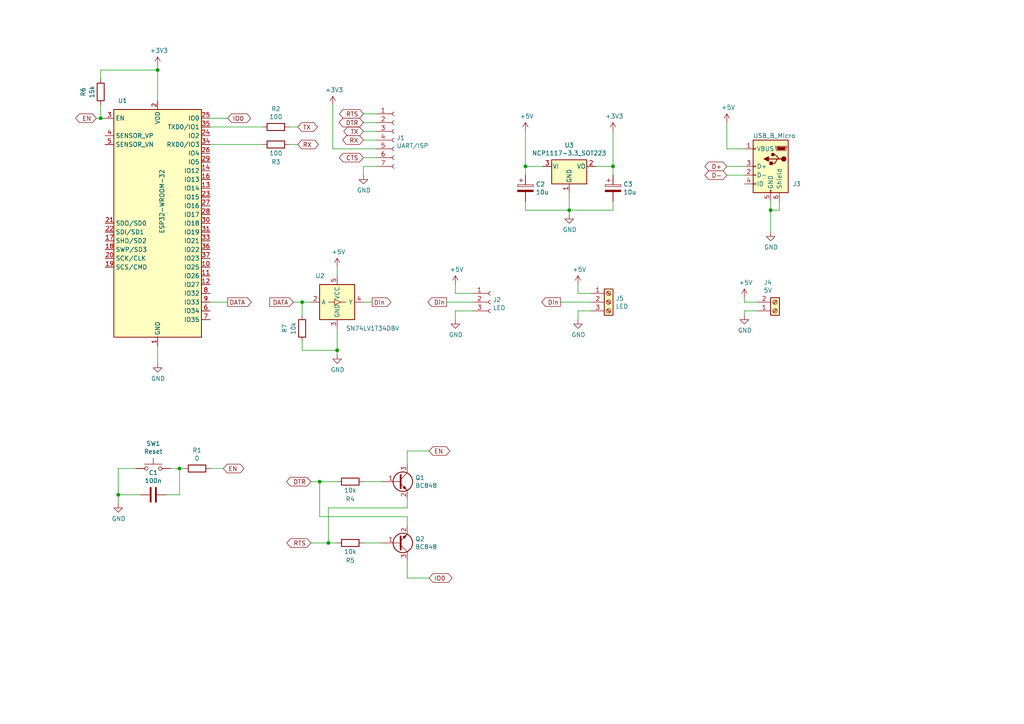
<source format=kicad_sch>
(kicad_sch (version 20211123) (generator eeschema)
  (paper "A4")
  (title_block (title "Pixelclock") (date "2022-01-13") (rev "1.0") (company "Dunkelstern"))
  (lib_symbols
    (symbol "Connector:Conn_01x03_Female" (pin_names (offset 1.016) hide)
      (property "Reference" "J" (at 0 5.08 0))
      (property "Value" "Conn_01x03_Female" (at 0 -5.08 0))
      (symbol "Conn_01x03_Female_1_1"
        (arc (start 0 -2.032) (mid -0.508 -2.54) (end 0 -3.048) (stroke (width 0.1524)))
        (polyline (pts (xy -1.27 -2.54) (xy -0.508 -2.54)) (stroke (width 0.1524)))
        (polyline (pts (xy -1.27 0) (xy -0.508 0)) (stroke (width 0.1524)))
        (polyline (pts (xy -1.27 2.54) (xy -0.508 2.54)) (stroke (width 0.1524)))
        (arc (start 0 0.508) (mid -0.508 0) (end 0 -0.508) (stroke (width 0.1524)))
        (arc (start 0 3.048) (mid -0.508 2.54) (end 0 2.032) (stroke (width 0.1524)))
        (pin passive line (at -5.08 2.54 0) (length 3.81) (name "Pin_1") (number "1"))
        (pin passive line (at -5.08 0 0) (length 3.81) (name "Pin_2") (number "2"))
        (pin passive line (at -5.08 -2.54 0) (length 3.81) (name "Pin_3") (number "3"))
      )
    )
    (symbol "Connector:Conn_01x07_Female" (pin_names (offset 1.016) hide)
      (property "Reference" "J" (at 0 10.16 0))
      (property "Value" "Conn_01x07_Female" (at 0 -10.16 0))
      (symbol "Conn_01x07_Female_1_1"
        (arc (start 0 -7.112) (mid -0.508 -7.62) (end 0 -8.128) (stroke (width 0.1524)))
        (arc (start 0 -4.572) (mid -0.508 -5.08) (end 0 -5.588) (stroke (width 0.1524)))
        (arc (start 0 -2.032) (mid -0.508 -2.54) (end 0 -3.048) (stroke (width 0.1524)))
        (polyline (pts (xy -1.27 -7.62) (xy -0.508 -7.62)) (stroke (width 0.1524)))
        (polyline (pts (xy -1.27 -5.08) (xy -0.508 -5.08)) (stroke (width 0.1524)))
        (polyline (pts (xy -1.27 -2.54) (xy -0.508 -2.54)) (stroke (width 0.1524)))
        (polyline (pts (xy -1.27 0) (xy -0.508 0)) (stroke (width 0.1524)))
        (polyline (pts (xy -1.27 2.54) (xy -0.508 2.54)) (stroke (width 0.1524)))
        (polyline (pts (xy -1.27 5.08) (xy -0.508 5.08)) (stroke (width 0.1524)))
        (polyline (pts (xy -1.27 7.62) (xy -0.508 7.62)) (stroke (width 0.1524)))
        (arc (start 0 0.508) (mid -0.508 0) (end 0 -0.508) (stroke (width 0.1524)))
        (arc (start 0 3.048) (mid -0.508 2.54) (end 0 2.032) (stroke (width 0.1524)))
        (arc (start 0 5.588) (mid -0.508 5.08) (end 0 4.572) (stroke (width 0.1524)))
        (arc (start 0 8.128) (mid -0.508 7.62) (end 0 7.112) (stroke (width 0.1524)))
        (pin passive line (at -5.08 7.62 0) (length 3.81) (name "Pin_1") (number "1"))
        (pin passive line (at -5.08 5.08 0) (length 3.81) (name "Pin_2") (number "2"))
        (pin passive line (at -5.08 2.54 0) (length 3.81) (name "Pin_3") (number "3"))
        (pin passive line (at -5.08 0 0) (length 3.81) (name "Pin_4") (number "4"))
        (pin passive line (at -5.08 -2.54 0) (length 3.81) (name "Pin_5") (number "5"))
        (pin passive line (at -5.08 -5.08 0) (length 3.81) (name "Pin_6") (number "6"))
        (pin passive line (at -5.08 -7.62 0) (length 3.81) (name "Pin_7") (number "7"))
      )
    )
    (symbol "Connector:Screw_Terminal_01x02" (pin_names (offset 1.016) hide)
      (property "Reference" "J" (at 0 2.54 0))
      (property "Value" "Screw_Terminal_01x02" (at 0 -5.08 0))
      (symbol "Screw_Terminal_01x02_1_1"
        (rectangle (start -1.27 1.27) (end 1.27 -3.81) (stroke (width 0.254)) (fill (type background)))
        (circle (center 0 -2.54) (radius 0.635) (stroke (width 0.1524)))
        (polyline (pts (xy -0.5334 -2.2098) (xy 0.3302 -3.048)) (stroke (width 0.1524)))
        (polyline (pts (xy -0.5334 0.3302) (xy 0.3302 -0.508)) (stroke (width 0.1524)))
        (polyline (pts (xy -0.3556 -2.032) (xy 0.508 -2.8702)) (stroke (width 0.1524)))
        (polyline (pts (xy -0.3556 0.508) (xy 0.508 -0.3302)) (stroke (width 0.1524)))
        (circle (center 0 0) (radius 0.635) (stroke (width 0.1524)))
        (pin passive line (at -5.08 0 0) (length 3.81) (name "Pin_1") (number "1"))
        (pin passive line (at -5.08 -2.54 0) (length 3.81) (name "Pin_2") (number "2"))
      )
    )
    (symbol "Connector:Screw_Terminal_01x03" (pin_names (offset 1.016) hide)
      (property "Reference" "J" (at 0 5.08 0))
      (property "Value" "Screw_Terminal_01x03" (at 0 -5.08 0))
      (symbol "Screw_Terminal_01x03_1_1"
        (rectangle (start -1.27 3.81) (end 1.27 -3.81) (stroke (width 0.254)) (fill (type background)))
        (circle (center 0 -2.54) (radius 0.635) (stroke (width 0.1524)))
        (polyline (pts (xy -0.5334 -2.2098) (xy 0.3302 -3.048)) (stroke (width 0.1524)))
        (polyline (pts (xy -0.5334 0.3302) (xy 0.3302 -0.508)) (stroke (width 0.1524)))
        (polyline (pts (xy -0.5334 2.8702) (xy 0.3302 2.032)) (stroke (width 0.1524)))
        (polyline (pts (xy -0.3556 -2.032) (xy 0.508 -2.8702)) (stroke (width 0.1524)))
        (polyline (pts (xy -0.3556 0.508) (xy 0.508 -0.3302)) (stroke (width 0.1524)))
        (polyline (pts (xy -0.3556 3.048) (xy 0.508 2.2098)) (stroke (width 0.1524)))
        (circle (center 0 0) (radius 0.635) (stroke (width 0.1524)))
        (circle (center 0 2.54) (radius 0.635) (stroke (width 0.1524)))
        (pin passive line (at -5.08 2.54 0) (length 3.81) (name "Pin_1") (number "1"))
        (pin passive line (at -5.08 0 0) (length 3.81) (name "Pin_2") (number "2"))
        (pin passive line (at -5.08 -2.54 0) (length 3.81) (name "Pin_3") (number "3"))
      )
    )
    (symbol "Connector:USB_B_Micro" (pin_names (offset 1.016))
      (property "Reference" "J" (at -5.08 11.43 0))
      (property "Value" "USB_B_Micro" (at -5.08 8.89 0))
      (symbol "USB_B_Micro_0_1"
        (rectangle (start -5.08 -7.62) (end 5.08 7.62) (stroke (width 0.254)) (fill (type background)))
        (circle (center -3.81 2.159) (radius 0.635) (stroke (width 0.254)) (fill (type outline)))
        (circle (center -0.635 3.429) (radius 0.381) (stroke (width 0.254)) (fill (type outline)))
        (rectangle (start -0.127 -7.62) (end 0.127 -6.858))
        (polyline (pts (xy -1.905 2.159) (xy 0.635 2.159)) (stroke (width 0.254)))
        (polyline (pts (xy -3.175 2.159) (xy -2.54 2.159) (xy -1.27 3.429) (xy -0.635 3.429)) (stroke (width 0.254)))
        (polyline (pts (xy -2.54 2.159) (xy -1.905 2.159) (xy -1.27 0.889) (xy 0 0.889)) (stroke (width 0.254)))
        (polyline (pts (xy 0.635 2.794) (xy 0.635 1.524) (xy 1.905 2.159) (xy 0.635 2.794)) (stroke (width 0.254)) (fill (type outline)))
        (polyline (pts (xy -4.318 5.588) (xy -1.778 5.588) (xy -2.032 4.826) (xy -4.064 4.826) (xy -4.318 5.588)) (fill (type outline)))
        (polyline (pts (xy -4.699 5.842) (xy -4.699 5.588) (xy -4.445 4.826) (xy -4.445 4.572) (xy -1.651 4.572) (xy -1.651 4.826) (xy -1.397 5.588) (xy -1.397 5.842) (xy -4.699 5.842)))
        (rectangle (start 0.254 1.27) (end -0.508 0.508) (stroke (width 0.254)) (fill (type outline)))
        (rectangle (start 5.08 -5.207) (end 4.318 -4.953))
        (rectangle (start 5.08 -2.667) (end 4.318 -2.413))
        (rectangle (start 5.08 -0.127) (end 4.318 0.127))
        (rectangle (start 5.08 4.953) (end 4.318 5.207))
      )
      (symbol "USB_B_Micro_1_1"
        (pin power_out line (at 7.62 5.08 180) (length 2.54) (name "VBUS") (number "1"))
        (pin bidirectional line (at 7.62 -2.54 180) (length 2.54) (name "D-") (number "2"))
        (pin bidirectional line (at 7.62 0 180) (length 2.54) (name "D+") (number "3"))
        (pin passive line (at 7.62 -5.08 180) (length 2.54) (name "ID") (number "4"))
        (pin power_out line (at 0 -10.16 90) (length 2.54) (name "GND") (number "5"))
        (pin passive line (at -2.54 -10.16 90) (length 2.54) (name "Shield") (number "6"))
      )
    )
    (symbol "Device:C" (pin_numbers hide) (pin_names (offset 0.254))
      (property "Reference" "C" (at 0.635 2.54 0))
      (property "Value" "C" (at 0.635 -2.54 0))
      (symbol "C_0_1"
        (polyline (pts (xy -2.032 -0.762) (xy 2.032 -0.762)) (stroke (width 0.508)))
        (polyline (pts (xy -2.032 0.762) (xy 2.032 0.762)) (stroke (width 0.508)))
      )
      (symbol "C_1_1"
        (pin passive line (at 0 3.81 270) (length 2.794) (name "~") (number "1"))
        (pin passive line (at 0 -3.81 90) (length 2.794) (name "~") (number "2"))
      )
    )
    (symbol "Device:CP" (pin_numbers hide) (pin_names (offset 0.254))
      (property "Reference" "C" (at 0.635 2.54 0))
      (property "Value" "Device_CP" (at 0.635 -2.54 0))
      (symbol "CP_0_1"
        (rectangle (start -2.286 0.508) (end 2.286 1.016))
        (polyline (pts (xy -1.778 2.286) (xy -0.762 2.286)))
        (polyline (pts (xy -1.27 2.794) (xy -1.27 1.778)))
        (rectangle (start 2.286 -0.508) (end -2.286 -1.016) (fill (type outline)))
      )
      (symbol "CP_1_1"
        (pin passive line (at 0 3.81 270) (length 2.794) (name "~") (number "1"))
        (pin passive line (at 0 -3.81 90) (length 2.794) (name "~") (number "2"))
      )
    )
    (symbol "Device:R" (pin_numbers hide) (pin_names (offset 0))
      (property "Reference" "R" (at 2.032 0 90))
      (property "Value" "R" (at 0 0 90))
      (symbol "R_0_1"
        (rectangle (start -1.016 -2.54) (end 1.016 2.54) (stroke (width 0.254)))
      )
      (symbol "R_1_1"
        (pin passive line (at 0 3.81 270) (length 1.27) (name "~") (number "1"))
        (pin passive line (at 0 -3.81 90) (length 1.27) (name "~") (number "2"))
      )
    )
    (symbol "Logic_LevelTranslator:SN74LV1T34DBV"
      (property "Reference" "U" (at 5.08 6.35 0))
      (property "Value" "SN74LV1T34DBV" (at 5.08 3.81 0))
      (symbol "SN74LV1T34DBV_0_1"
        (rectangle (start -5.08 5.08) (end 5.08 -5.08) (stroke (width 0.254)) (fill (type background)))
        (polyline (pts (xy -0.762 0) (xy -2.54 0)))
        (polyline (pts (xy 1.016 0) (xy 2.54 0)))
      )
      (symbol "SN74LV1T34DBV_1_1"
        (polyline (pts (xy -0.762 -0.762) (xy -0.762 0.762) (xy 1.016 0) (xy -0.762 -0.762)))
        (pin no_connect line (at -5.08 2.54 0) (length 2.54) hide (name "NC") (number "1"))
        (pin input line (at -7.62 0 0) (length 2.54) (name "A") (number "2"))
        (pin power_in line (at 0 -7.62 90) (length 2.54) (name "GND") (number "3"))
        (pin output line (at 7.62 0 180) (length 2.54) (name "Y") (number "4"))
        (pin power_in line (at 0 7.62 270) (length 2.54) (name "VCC") (number "5"))
      )
    )
    (symbol "RF_Module:ESP32-WROOM-32"
      (property "Reference" "U" (at -12.7 34.29 0))
      (property "Value" "ESP32-WROOM-32" (at 1.27 34.29 0))
      (symbol "ESP32-WROOM-32_0_1"
        (rectangle (start -12.7 33.02) (end 12.7 -33.02) (stroke (width 0.254)) (fill (type background)))
      )
      (symbol "ESP32-WROOM-32_1_1"
        (pin power_in line (at 0 -35.56 90) (length 2.54) (name "GND") (number "1"))
        (pin bidirectional line (at 15.24 -12.7 180) (length 2.54) (name "IO25") (number "10"))
        (pin bidirectional line (at 15.24 -15.24 180) (length 2.54) (name "IO26") (number "11"))
        (pin bidirectional line (at 15.24 -17.78 180) (length 2.54) (name "IO27") (number "12"))
        (pin bidirectional line (at 15.24 10.16 180) (length 2.54) (name "IO14") (number "13"))
        (pin bidirectional line (at 15.24 15.24 180) (length 2.54) (name "IO12") (number "14"))
        (pin passive line (at 0 -35.56 90) (length 2.54) hide (name "GND") (number "15"))
        (pin bidirectional line (at 15.24 12.7 180) (length 2.54) (name "IO13") (number "16"))
        (pin bidirectional line (at -15.24 -5.08 0) (length 2.54) (name "SHD/SD2") (number "17"))
        (pin bidirectional line (at -15.24 -7.62 0) (length 2.54) (name "SWP/SD3") (number "18"))
        (pin bidirectional line (at -15.24 -12.7 0) (length 2.54) (name "SCS/CMD") (number "19"))
        (pin power_in line (at 0 35.56 270) (length 2.54) (name "VDD") (number "2"))
        (pin bidirectional line (at -15.24 -10.16 0) (length 2.54) (name "SCK/CLK") (number "20"))
        (pin bidirectional line (at -15.24 0 0) (length 2.54) (name "SDO/SD0") (number "21"))
        (pin bidirectional line (at -15.24 -2.54 0) (length 2.54) (name "SDI/SD1") (number "22"))
        (pin bidirectional line (at 15.24 7.62 180) (length 2.54) (name "IO15") (number "23"))
        (pin bidirectional line (at 15.24 25.4 180) (length 2.54) (name "IO2") (number "24"))
        (pin bidirectional line (at 15.24 30.48 180) (length 2.54) (name "IO0") (number "25"))
        (pin bidirectional line (at 15.24 20.32 180) (length 2.54) (name "IO4") (number "26"))
        (pin bidirectional line (at 15.24 5.08 180) (length 2.54) (name "IO16") (number "27"))
        (pin bidirectional line (at 15.24 2.54 180) (length 2.54) (name "IO17") (number "28"))
        (pin bidirectional line (at 15.24 17.78 180) (length 2.54) (name "IO5") (number "29"))
        (pin input line (at -15.24 30.48 0) (length 2.54) (name "EN") (number "3"))
        (pin bidirectional line (at 15.24 0 180) (length 2.54) (name "IO18") (number "30"))
        (pin bidirectional line (at 15.24 -2.54 180) (length 2.54) (name "IO19") (number "31"))
        (pin no_connect line (at -12.7 -27.94 0) (length 2.54) hide (name "NC") (number "32"))
        (pin bidirectional line (at 15.24 -5.08 180) (length 2.54) (name "IO21") (number "33"))
        (pin bidirectional line (at 15.24 22.86 180) (length 2.54) (name "RXD0/IO3") (number "34"))
        (pin bidirectional line (at 15.24 27.94 180) (length 2.54) (name "TXD0/IO1") (number "35"))
        (pin bidirectional line (at 15.24 -7.62 180) (length 2.54) (name "IO22") (number "36"))
        (pin bidirectional line (at 15.24 -10.16 180) (length 2.54) (name "IO23") (number "37"))
        (pin passive line (at 0 -35.56 90) (length 2.54) hide (name "GND") (number "38"))
        (pin passive line (at 0 -35.56 90) (length 2.54) hide (name "GND") (number "39"))
        (pin input line (at -15.24 25.4 0) (length 2.54) (name "SENSOR_VP") (number "4"))
        (pin input line (at -15.24 22.86 0) (length 2.54) (name "SENSOR_VN") (number "5"))
        (pin input line (at 15.24 -25.4 180) (length 2.54) (name "IO34") (number "6"))
        (pin input line (at 15.24 -27.94 180) (length 2.54) (name "IO35") (number "7"))
        (pin bidirectional line (at 15.24 -20.32 180) (length 2.54) (name "IO32") (number "8"))
        (pin bidirectional line (at 15.24 -22.86 180) (length 2.54) (name "IO33") (number "9"))
      )
    )
    (symbol "Regulator_Linear:NCP1117-3.3_SOT223" (pin_names (offset 0.254))
      (property "Reference" "U" (at -3.81 3.175 0))
      (property "Value" "NCP1117-3.3_SOT223" (at 0 3.175 0))
      (symbol "NCP1117-3.3_SOT223_0_1"
        (rectangle (start -5.08 -5.08) (end 5.08 1.905) (stroke (width 0.254)) (fill (type background)))
      )
      (symbol "NCP1117-3.3_SOT223_1_1"
        (pin power_in line (at 0 -7.62 90) (length 2.54) (name "GND") (number "1"))
        (pin power_out line (at 7.62 0 180) (length 2.54) (name "VO") (number "2"))
        (pin power_in line (at -7.62 0 0) (length 2.54) (name "VI") (number "3"))
      )
    )
    (symbol "Switch:SW_Push" (pin_numbers hide) (pin_names (offset 1.016) hide)
      (property "Reference" "SW" (at 1.27 2.54 0))
      (property "Value" "SW_Push" (at 0 -1.524 0))
      (symbol "SW_Push_0_1"
        (circle (center -2.032 0) (radius 0.508))
        (polyline (pts (xy 0 1.27) (xy 0 3.048)))
        (polyline (pts (xy 2.54 1.27) (xy -2.54 1.27)))
        (circle (center 2.032 0) (radius 0.508))
        (pin passive line (at -5.08 0 0) (length 2.54) (name "1") (number "1"))
        (pin passive line (at 5.08 0 180) (length 2.54) (name "2") (number "2"))
      )
    )
    (symbol "Transistor_BJT:BC848" (pin_names (offset 0) hide)
      (property "Reference" "Q" (at 5.08 1.905 0))
      (property "Value" "BC848" (at 5.08 0 0))
      (symbol "BC848_0_1"
        (polyline (pts (xy 0.635 0.635) (xy 2.54 2.54)))
        (polyline (pts (xy 0.635 -0.635) (xy 2.54 -2.54) (xy 2.54 -2.54)))
        (polyline (pts (xy 0.635 1.905) (xy 0.635 -1.905) (xy 0.635 -1.905)) (stroke (width 0.508)))
        (polyline (pts (xy 1.27 -1.778) (xy 1.778 -1.27) (xy 2.286 -2.286) (xy 1.27 -1.778) (xy 1.27 -1.778)) (fill (type outline)))
        (circle (center 1.27 0) (radius 2.8194) (stroke (width 0.254)))
      )
      (symbol "BC848_1_1"
        (pin input line (at -5.08 0 0) (length 5.715) (name "B") (number "1"))
        (pin passive line (at 2.54 -5.08 90) (length 2.54) (name "E") (number "2"))
        (pin passive line (at 2.54 5.08 270) (length 2.54) (name "C") (number "3"))
      )
    )
    (symbol "power:+3.3V" (power) (pin_names (offset 0))
      (property "Value" "+3.3V" (at 0 3.556 0))
      (symbol "+3.3V_0_1"
        (polyline (pts (xy -0.762 1.27) (xy 0 2.54)))
        (polyline (pts (xy 0 0) (xy 0 2.54)))
        (polyline (pts (xy 0 2.54) (xy 0.762 1.27)))
      )
      (symbol "+3.3V_1_1"
        (pin power_in line (at 0 0 90) (length 0) hide (name "+3V3") (number "1"))
      )
    )
    (symbol "power:+5V" (power) (pin_names (offset 0))
      (property "Value" "+5V" (at 0 3.556 0))
      (symbol "+5V_0_1"
        (polyline (pts (xy -0.762 1.27) (xy 0 2.54)))
        (polyline (pts (xy 0 0) (xy 0 2.54)))
        (polyline (pts (xy 0 2.54) (xy 0.762 1.27)))
      )
      (symbol "+5V_1_1"
        (pin power_in line (at 0 0 90) (length 0) hide (name "+5V") (number "1"))
      )
    )
    (symbol "power:GND" (power) (pin_names (offset 0))
      (property "Value" "GND" (at 0 -3.81 0))
      (symbol "GND_0_1"
        (polyline (pts (xy 0 0) (xy 0 -1.27) (xy 1.27 -1.27) (xy 0 -2.54) (xy -1.27 -1.27) (xy 0 -1.27)))
      )
      (symbol "GND_1_1"
        (pin power_in line (at 0 0 270) (length 0) hide (name "GND") (number "1"))
      )
    )
  )
  (junction (at 87.63 87.63))
  (junction (at 45.72 20.32))
  (junction (at 95.25 157.48))
  (junction (at 165.1 60.96))
  (junction (at 29.21 34.29))
  (junction (at 34.29 143.51))
  (junction (at 152.4 48.26))
  (junction (at 177.8 48.26))
  (junction (at 223.52 60.96))
  (junction (at 92.71 139.7))
  (junction (at 52.07 135.89))
  (junction (at 97.79 101.6))
  (wire (pts (xy 83.82 41.91) (xy 86.36 41.91)))
  (wire (pts (xy 83.82 36.83) (xy 86.36 36.83)))
  (wire (pts (xy 129.54 87.63) (xy 137.16 87.63)))
  (wire (pts (xy 152.4 58.42) (xy 152.4 60.96)))
  (wire (pts (xy 118.11 149.86) (xy 92.71 149.86)))
  (wire (pts (xy 97.79 80.01) (xy 97.79 77.47)))
  (wire (pts (xy 105.41 45.72) (xy 109.22 45.72)))
  (wire (pts (xy 90.17 139.7) (xy 92.71 139.7)))
  (wire (pts (xy 105.41 157.48) (xy 110.49 157.48)))
  (wire (pts (xy 96.52 43.18) (xy 109.22 43.18)))
  (wire (pts (xy 97.79 95.25) (xy 97.79 101.6)))
  (wire (pts (xy 60.96 41.91) (xy 76.2 41.91)))
  (wire (pts (xy 27.94 34.29) (xy 29.21 34.29)))
  (wire (pts (xy 118.11 162.56) (xy 118.11 167.64)))
  (wire (pts (xy 177.8 48.26) (xy 177.8 50.8)))
  (wire (pts (xy 95.25 147.32) (xy 95.25 157.48)))
  (wire (pts (xy 210.82 50.8) (xy 215.9 50.8)))
  (wire (pts (xy 152.4 60.96) (xy 165.1 60.96)))
  (wire (pts (xy 167.64 92.71) (xy 167.64 90.17)))
  (wire (pts (xy 29.21 34.29) (xy 30.48 34.29)))
  (wire (pts (xy 105.41 40.64) (xy 109.22 40.64)))
  (wire (pts (xy 137.16 85.09) (xy 132.08 85.09)))
  (wire (pts (xy 137.16 90.17) (xy 132.08 90.17)))
  (wire (pts (xy 39.37 135.89) (xy 34.29 135.89)))
  (wire (pts (xy 210.82 35.56) (xy 210.82 43.18)))
  (wire (pts (xy 45.72 20.32) (xy 45.72 29.21)))
  (wire (pts (xy 92.71 139.7) (xy 97.79 139.7)))
  (wire (pts (xy 167.64 82.55) (xy 167.64 85.09)))
  (wire (pts (xy 152.4 48.26) (xy 152.4 50.8)))
  (wire (pts (xy 165.1 55.88) (xy 165.1 60.96)))
  (wire (pts (xy 97.79 101.6) (xy 97.79 102.87)))
  (wire (pts (xy 152.4 38.1) (xy 152.4 48.26)))
  (wire (pts (xy 45.72 100.33) (xy 45.72 105.41)))
  (wire (pts (xy 49.53 135.89) (xy 52.07 135.89)))
  (wire (pts (xy 219.71 90.17) (xy 215.9 90.17)))
  (wire (pts (xy 87.63 91.44) (xy 87.63 87.63)))
  (wire (pts (xy 167.64 85.09) (xy 171.45 85.09)))
  (wire (pts (xy 118.11 134.62) (xy 118.11 130.81)))
  (wire (pts (xy 60.96 87.63) (xy 66.04 87.63)))
  (wire (pts (xy 87.63 101.6) (xy 97.79 101.6)))
  (wire (pts (xy 118.11 167.64) (xy 124.46 167.64)))
  (wire (pts (xy 105.41 48.26) (xy 105.41 50.8)))
  (wire (pts (xy 87.63 87.63) (xy 90.17 87.63)))
  (wire (pts (xy 132.08 90.17) (xy 132.08 92.71)))
  (wire (pts (xy 105.41 38.1) (xy 109.22 38.1)))
  (wire (pts (xy 105.41 33.02) (xy 109.22 33.02)))
  (wire (pts (xy 165.1 60.96) (xy 165.1 62.23)))
  (wire (pts (xy 219.71 87.63) (xy 215.9 87.63)))
  (wire (pts (xy 60.96 34.29) (xy 66.04 34.29)))
  (wire (pts (xy 223.52 60.96) (xy 223.52 67.31)))
  (wire (pts (xy 118.11 130.81) (xy 124.46 130.81)))
  (wire (pts (xy 52.07 135.89) (xy 53.34 135.89)))
  (wire (pts (xy 177.8 58.42) (xy 177.8 60.96)))
  (wire (pts (xy 210.82 48.26) (xy 215.9 48.26)))
  (wire (pts (xy 118.11 147.32) (xy 95.25 147.32)))
  (wire (pts (xy 52.07 143.51) (xy 48.26 143.51)))
  (wire (pts (xy 118.11 152.4) (xy 118.11 149.86)))
  (wire (pts (xy 215.9 90.17) (xy 215.9 91.44)))
  (wire (pts (xy 52.07 135.89) (xy 52.07 143.51)))
  (wire (pts (xy 85.09 87.63) (xy 87.63 87.63)))
  (wire (pts (xy 132.08 85.09) (xy 132.08 82.55)))
  (wire (pts (xy 34.29 135.89) (xy 34.29 143.51)))
  (wire (pts (xy 29.21 22.86) (xy 29.21 20.32)))
  (wire (pts (xy 118.11 144.78) (xy 118.11 147.32)))
  (wire (pts (xy 95.25 157.48) (xy 97.79 157.48)))
  (wire (pts (xy 105.41 87.63) (xy 107.95 87.63)))
  (wire (pts (xy 167.64 90.17) (xy 171.45 90.17)))
  (wire (pts (xy 172.72 48.26) (xy 177.8 48.26)))
  (wire (pts (xy 226.06 58.42) (xy 226.06 60.96)))
  (wire (pts (xy 223.52 58.42) (xy 223.52 60.96)))
  (wire (pts (xy 157.48 48.26) (xy 152.4 48.26)))
  (wire (pts (xy 92.71 139.7) (xy 92.71 149.86)))
  (wire (pts (xy 226.06 60.96) (xy 223.52 60.96)))
  (wire (pts (xy 60.96 135.89) (xy 64.77 135.89)))
  (wire (pts (xy 215.9 87.63) (xy 215.9 86.36)))
  (wire (pts (xy 177.8 60.96) (xy 165.1 60.96)))
  (wire (pts (xy 105.41 139.7) (xy 110.49 139.7)))
  (wire (pts (xy 109.22 48.26) (xy 105.41 48.26)))
  (wire (pts (xy 60.96 36.83) (xy 76.2 36.83)))
  (wire (pts (xy 29.21 30.48) (xy 29.21 34.29)))
  (wire (pts (xy 45.72 19.05) (xy 45.72 20.32)))
  (wire (pts (xy 34.29 143.51) (xy 34.29 146.05)))
  (wire (pts (xy 96.52 30.48) (xy 96.52 43.18)))
  (wire (pts (xy 162.56 87.63) (xy 171.45 87.63)))
  (wire (pts (xy 215.9 43.18) (xy 210.82 43.18)))
  (wire (pts (xy 105.41 35.56) (xy 109.22 35.56)))
  (wire (pts (xy 87.63 99.06) (xy 87.63 101.6)))
  (wire (pts (xy 177.8 38.1) (xy 177.8 48.26)))
  (wire (pts (xy 29.21 20.32) (xy 45.72 20.32)))
  (wire (pts (xy 40.64 143.51) (xy 34.29 143.51)))
  (wire (pts (xy 90.17 157.48) (xy 95.25 157.48)))
  (global_label "D+" (shape bidirectional) (at 210.82 48.26 180) (property "Intersheet References" "${INTERSHEET_REFS}" (effects hide)))
  (global_label "IO0" (shape bidirectional) (at 66.04 34.29 0) (property "Intersheet References" "${INTERSHEET_REFS}" (effects hide)))
  (global_label "RX" (shape bidirectional) (at 105.41 40.64 180) (property "Intersheet References" "${INTERSHEET_REFS}" (effects hide)))
  (global_label "IO0" (shape bidirectional) (at 124.46 167.64 0) (property "Intersheet References" "${INTERSHEET_REFS}" (effects hide)))
  (global_label "DTR" (shape bidirectional) (at 90.17 139.7 180) (property "Intersheet References" "${INTERSHEET_REFS}" (effects hide)))
  (global_label "Din" (shape output) (at 107.95 87.63 0) (property "Intersheet References" "${INTERSHEET_REFS}" (effects hide)))
  (global_label "D-" (shape bidirectional) (at 210.82 50.8 180) (property "Intersheet References" "${INTERSHEET_REFS}" (effects hide)))
  (global_label "RX" (shape bidirectional) (at 86.36 41.91 0) (property "Intersheet References" "${INTERSHEET_REFS}" (effects hide)))
  (global_label "DATA" (shape output) (at 66.04 87.63 0) (property "Intersheet References" "${INTERSHEET_REFS}" (effects hide)))
  (global_label "EN" (shape bidirectional) (at 64.77 135.89 0) (property "Intersheet References" "${INTERSHEET_REFS}" (effects hide)))
  (global_label "EN" (shape bidirectional) (at 124.46 130.81 0) (property "Intersheet References" "${INTERSHEET_REFS}" (effects hide)))
  (global_label "RTS" (shape bidirectional) (at 105.41 33.02 180) (property "Intersheet References" "${INTERSHEET_REFS}" (effects hide)))
  (global_label "TX" (shape bidirectional) (at 105.41 38.1 180) (property "Intersheet References" "${INTERSHEET_REFS}" (effects hide)))
  (global_label "DTR" (shape bidirectional) (at 105.41 35.56 180) (property "Intersheet References" "${INTERSHEET_REFS}" (effects hide)))
  (global_label "Din" (shape output) (at 162.56 87.63 180) (property "Intersheet References" "${INTERSHEET_REFS}" (effects hide)))
  (global_label "DATA" (shape input) (at 85.09 87.63 180) (property "Intersheet References" "${INTERSHEET_REFS}" (effects hide)))
  (global_label "EN" (shape bidirectional) (at 27.94 34.29 180) (property "Intersheet References" "${INTERSHEET_REFS}" (effects hide)))
  (global_label "CTS" (shape bidirectional) (at 105.41 45.72 180) (property "Intersheet References" "${INTERSHEET_REFS}" (effects hide)))
  (global_label "Din" (shape output) (at 129.54 87.63 180) (property "Intersheet References" "${INTERSHEET_REFS}" (effects hide)))
  (global_label "RTS" (shape bidirectional) (at 90.17 157.48 180) (property "Intersheet References" "${INTERSHEET_REFS}" (effects hide)))
  (global_label "TX" (shape bidirectional) (at 86.36 36.83 0) (property "Intersheet References" "${INTERSHEET_REFS}" (effects hide)))
  (symbol (lib_id "Device:CP") (at 177.8 54.61 0) (unit 1)
    (property "Reference" "C3" (at 180.7972 53.4416 0) (effects (justify left)))
    (property "Value" "10u" (at 180.7972 55.753 0) (effects (justify left)))
    (property "Footprint" "Capacitor_SMD:CP_Elec_4x5.3" (effects hide))
  )
  (symbol (lib_id "Connector:USB_B_Micro") (at 223.52 48.26 0) (mirror y) (unit 1)
    (property "Reference" "J3" (at 229.87 53.34 0) (effects (justify right)))
    (property "Value" "USB_B_Micro" (at 218.44 39.37 0) (effects (justify right)))
    (property "Footprint" "Connector_USB:USB_Micro-B_Amphenol_10104110_Horizontal" (effects hide))
  )
  (symbol (lib_id "Regulator_Linear:NCP1117-3.3_SOT223") (at 165.1 48.26 0) (unit 1)
    (property "Reference" "U3" (at 165.1 42.1132 0))
    (property "Value" "NCP1117-3.3_SOT223" (at 165.1 44.4246 0))
    (property "Footprint" "Package_TO_SOT_SMD:SOT-223-3_TabPin2" (effects hide))
    (property "Datasheet" "http://www.onsemi.com/pub_link/Collateral/NCP1117-D.PDF" (effects hide))
  )
  (symbol (lib_id "Logic_LevelTranslator:SN74LV1T34DBV") (at 97.79 87.63 0) (unit 1)
    (property "Reference" "U2" (at 91.44 80.01 0) (effects (justify left)))
    (property "Value" "SN74LV1T34DBV" (at 100.33 95.25 0) (effects (justify left)))
    (property "Footprint" "Package_TO_SOT_SMD:SOT-23-5" (effects hide))
    (property "Datasheet" "https://www.ti.com/lit/ds/symlink/sn74lv1t34.pdf" (effects hide))
  )
  (symbol (lib_id "Switch:SW_Push") (at 44.45 135.89 0) (unit 1)
    (property "Reference" "SW1" (at 44.45 128.651 0))
    (property "Value" "Reset" (at 44.45 130.9624 0))
    (property "Footprint" "Button_Switch_SMD:SW_Push_1P1T_NO_6x6mm_H9.5mm" (effects hide))
  )
  (symbol (lib_id "Connector:Conn_01x03_Female") (at 142.24 87.63 0) (unit 1)
    (property "Reference" "J2" (at 142.9512 86.9696 0) (effects (justify left)))
    (property "Value" "LED" (at 142.9512 89.281 0) (effects (justify left)))
    (property "Footprint" "Connector_PinSocket_2.54mm:PinSocket_1x03_P2.54mm_Vertical" (effects hide))
  )
  (symbol (lib_id "power:+5V") (at 210.82 35.56 0) (unit 1)
    (property "Reference" "#PWR013" (effects hide))
    (property "Value" "+5V" (at 211.201 31.1658 0))
  )
  (symbol (lib_id "power:GND") (at 223.52 67.31 0) (unit 1)
    (property "Reference" "#PWR014" (effects hide))
    (property "Value" "GND" (at 223.647 71.7042 0))
  )
  (symbol (lib_id "RF_Module:ESP32-WROOM-32") (at 45.72 64.77 0) (unit 1)
    (property "Reference" "U1" (at 35.56 29.21 0))
    (property "Value" "ESP32-WROOM-32" (at 46.99 58.42 90))
    (property "Footprint" "RF_Module:ESP32-WROOM-32" (effects hide))
    (property "Datasheet" "https://www.espressif.com/sites/default/files/documentation/esp32-wroom-32_datasheet_en.pdf" (effects hide))
  )
  (symbol (lib_id "power:+5V") (at 152.4 38.1 0) (unit 1)
    (property "Reference" "#PWR010" (effects hide))
    (property "Value" "+5V" (at 152.781 33.7058 0))
  )
  (symbol (lib_id "power:GND") (at 165.1 62.23 0) (unit 1)
    (property "Reference" "#PWR011" (effects hide))
    (property "Value" "GND" (at 165.227 66.6242 0))
  )
  (symbol (lib_id "power:+3.3V") (at 177.8 38.1 0) (unit 1)
    (property "Reference" "#PWR012" (effects hide))
    (property "Value" "+3.3V" (at 178.181 33.7058 0))
  )
  (symbol (lib_id "power:GND") (at 45.72 105.41 0) (unit 1)
    (property "Reference" "#PWR03" (effects hide))
    (property "Value" "GND" (at 45.847 109.8042 0))
  )
  (symbol (lib_id "power:+3.3V") (at 45.72 19.05 0) (unit 1)
    (property "Reference" "#PWR02" (effects hide))
    (property "Value" "+3.3V" (at 46.101 14.6558 0))
  )
  (symbol (lib_id "power:GND") (at 105.41 50.8 0) (unit 1)
    (property "Reference" "#PWR07" (effects hide))
    (property "Value" "GND" (at 105.537 55.1942 0))
  )
  (symbol (lib_id "power:+3.3V") (at 96.52 30.48 0) (unit 1)
    (property "Reference" "#PWR04" (effects hide))
    (property "Value" "+3.3V" (at 96.901 26.0858 0))
  )
  (symbol (lib_id "power:+5V") (at 97.79 77.47 0) (unit 1)
    (property "Reference" "#PWR05" (effects hide))
    (property "Value" "+5V" (at 98.171 73.0758 0))
  )
  (symbol (lib_id "power:GND") (at 97.79 102.87 0) (unit 1)
    (property "Reference" "#PWR06" (effects hide))
    (property "Value" "GND" (at 97.917 107.2642 0))
  )
  (symbol (lib_id "power:+5V") (at 132.08 82.55 0) (unit 1)
    (property "Reference" "#PWR08" (effects hide))
    (property "Value" "+5V" (at 132.461 78.1558 0))
  )
  (symbol (lib_id "power:GND") (at 132.08 92.71 0) (unit 1)
    (property "Reference" "#PWR09" (effects hide))
    (property "Value" "GND" (at 132.207 97.1042 0))
  )
  (symbol (lib_id "Device:CP") (at 152.4 54.61 0) (unit 1)
    (property "Reference" "C2" (at 155.3972 53.4416 0) (effects (justify left)))
    (property "Value" "10u" (at 155.3972 55.753 0) (effects (justify left)))
    (property "Footprint" "Capacitor_SMD:CP_Elec_4x5.3" (effects hide))
  )
  (symbol (lib_id "Device:R") (at 57.15 135.89 270) (unit 1)
    (property "Reference" "R1" (at 57.15 130.6322 90))
    (property "Value" "0" (at 57.15 132.9436 90))
    (property "Footprint" "Resistor_SMD:R_1206_3216Metric_Pad1.30x1.75mm_HandSolder" (effects hide))
  )
  (symbol (lib_id "Device:C") (at 44.45 143.51 270) (unit 1)
    (property "Reference" "C1" (at 44.45 137.1092 90))
    (property "Value" "100n" (at 44.45 139.4206 90))
    (property "Footprint" "Capacitor_SMD:C_0805_2012Metric_Pad1.18x1.45mm_HandSolder" (effects hide))
  )
  (symbol (lib_id "power:GND") (at 34.29 146.05 0) (unit 1)
    (property "Reference" "#PWR01" (effects hide))
    (property "Value" "GND" (at 34.417 150.4442 0))
  )
  (symbol (lib_id "Device:R") (at 80.01 36.83 270) (unit 1)
    (property "Reference" "R2" (at 80.01 31.5722 90))
    (property "Value" "100" (at 80.01 33.8836 90))
    (property "Footprint" "Resistor_SMD:R_0805_2012Metric_Pad1.20x1.40mm_HandSolder" (effects hide))
  )
  (symbol (lib_id "Device:R") (at 80.01 41.91 270) (unit 1)
    (property "Reference" "R3" (at 80.01 46.99 90))
    (property "Value" "100" (at 80.01 44.45 90))
    (property "Footprint" "Resistor_SMD:R_0805_2012Metric_Pad1.20x1.40mm_HandSolder" (effects hide))
  )
  (symbol (lib_id "Transistor_BJT:BC848") (at 115.57 139.7 0) (unit 1)
    (property "Reference" "Q1" (at 120.4214 138.5316 0) (effects (justify left)))
    (property "Value" "BC848" (at 120.4214 140.843 0) (effects (justify left)))
    (property "Footprint" "Package_TO_SOT_SMD:SOT-23" (effects hide))
    (property "Datasheet" "http://www.infineon.com/dgdl/Infineon-BC847SERIES_BC848SERIES_BC849SERIES_BC850SERIES-DS-v01_01-en.pdf?fileId=db3a304314dca389011541d4630a1657" (effects hide))
  )
  (symbol (lib_id "Transistor_BJT:BC848") (at 115.57 157.48 0) (mirror x) (unit 1)
    (property "Reference" "Q2" (at 120.4214 156.3116 0) (effects (justify left)))
    (property "Value" "BC848" (at 120.4214 158.623 0) (effects (justify left)))
    (property "Footprint" "Package_TO_SOT_SMD:SOT-23" (effects hide))
    (property "Datasheet" "http://www.infineon.com/dgdl/Infineon-BC847SERIES_BC848SERIES_BC849SERIES_BC850SERIES-DS-v01_01-en.pdf?fileId=db3a304314dca389011541d4630a1657" (effects hide))
  )
  (symbol (lib_id "Connector:Conn_01x07_Female") (at 114.3 40.64 0) (unit 1)
    (property "Reference" "J1" (at 115.0112 39.9796 0) (effects (justify left)))
    (property "Value" "UART/ISP" (at 115.0112 42.291 0) (effects (justify left)))
    (property "Footprint" "Connector_PinSocket_2.54mm:PinSocket_1x07_P2.54mm_Horizontal" (effects hide))
  )
  (symbol (lib_id "Device:R") (at 29.21 26.67 180) (unit 1)
    (property "Reference" "R6" (at 24.13 26.67 90))
    (property "Value" "15k" (at 26.67 26.67 90))
    (property "Footprint" "Resistor_SMD:R_0805_2012Metric_Pad1.20x1.40mm_HandSolder" (effects hide))
  )
  (symbol (lib_id "Device:R") (at 101.6 139.7 270) (unit 1)
    (property "Reference" "R4" (at 101.6 144.78 90))
    (property "Value" "10k" (at 101.6 142.24 90))
    (property "Footprint" "Resistor_SMD:R_0805_2012Metric_Pad1.20x1.40mm_HandSolder" (effects hide))
  )
  (symbol (lib_id "Device:R") (at 101.6 157.48 270) (unit 1)
    (property "Reference" "R5" (at 101.6 162.56 90))
    (property "Value" "10k" (at 101.6 160.02 90))
    (property "Footprint" "Resistor_SMD:R_0805_2012Metric_Pad1.20x1.40mm_HandSolder" (effects hide))
  )
  (symbol (lib_id "Device:R") (at 87.63 95.25 180) (unit 1)
    (property "Reference" "R7" (at 82.55 95.25 90))
    (property "Value" "10k" (at 85.09 95.25 90))
    (property "Footprint" "Resistor_SMD:R_0805_2012Metric_Pad1.20x1.40mm_HandSolder" (effects hide))
  )
  (symbol (lib_id "Connector:Screw_Terminal_01x02") (at 224.79 90.17 0) (mirror x) (unit 1)
    (property "Reference" "J4" (at 222.7072 81.915 0))
    (property "Value" "5V" (at 222.7072 84.2264 0))
    (property "Footprint" "TerminalBlock_Phoenix:TerminalBlock_Phoenix_PT-1,5-2-5.0-H_1x02_P5.00mm_Horizontal" (effects hide))
  )
  (symbol (lib_id "power:+5V") (at 215.9 86.36 0) (unit 1)
    (property "Reference" "#PWR016" (effects hide))
    (property "Value" "+5V" (at 216.281 81.9658 0))
  )
  (symbol (lib_id "power:GND") (at 215.9 91.44 0) (unit 1)
    (property "Reference" "#PWR017" (effects hide))
    (property "Value" "GND" (at 216.027 95.8342 0))
  )
  (symbol (lib_id "Connector:Screw_Terminal_01x03") (at 176.53 87.63 0) (unit 1)
    (property "Reference" "J5" (at 178.562 86.5632 0) (effects (justify left)))
    (property "Value" "LED" (at 178.562 88.8746 0) (effects (justify left)))
    (property "Footprint" "TerminalBlock_Phoenix:TerminalBlock_Phoenix_PT-1,5-3-3.5-H_1x03_P3.50mm_Horizontal" (effects hide))
  )
  (symbol (lib_id "power:+5V") (at 167.64 82.55 0) (unit 1)
    (property "Reference" "#PWR018" (effects hide))
    (property "Value" "+5V" (at 168.021 78.1558 0))
  )
  (symbol (lib_id "power:GND") (at 167.64 92.71 0) (unit 1)
    (property "Reference" "#PWR019" (effects hide))
    (property "Value" "GND" (at 167.767 97.1042 0))
  )
)
</source>
